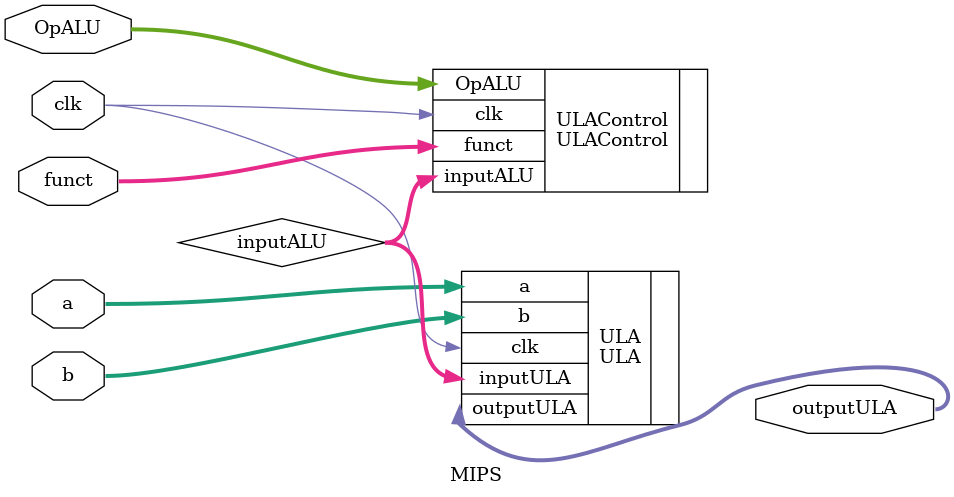
<source format=v>
`include "ULA.v"
`include "ULAControl.v"

module MIPS(input             clk,
			input      [0:1]  OpALU,
			input      [0:5]  funct,
			input      [0:31] a,
			input      [0:31] b,
			output     [0:31] outputULA);
	
	
	wire [0:3] inputALU;
	
	//Instância do módulo ULAControl passando o mesmo clk
	ULAControl ULAControl(
		.clk(clk),
		.OpALU(OpALU),
		.funct(funct),
		.inputALU(inputALU)
	);
	
	//Instância do módulo ULA passando o mesmo clk
	ULA ULA(
		.clk(clk),
		.inputULA(inputALU),
		.a(a),
		.b(b),
		.outputULA(outputULA)
	);

endmodule
</source>
